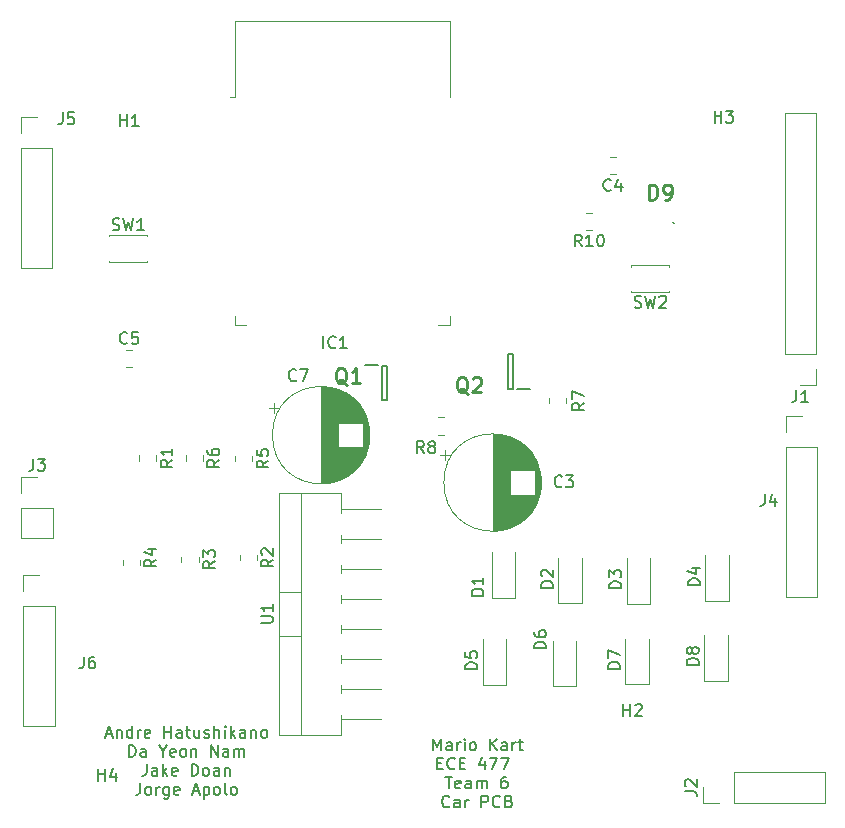
<source format=gbr>
%TF.GenerationSoftware,KiCad,Pcbnew,(6.0.2)*%
%TF.CreationDate,2022-03-09T23:50:44-05:00*%
%TF.ProjectId,car (1),63617220-2831-4292-9e6b-696361645f70,rev?*%
%TF.SameCoordinates,Original*%
%TF.FileFunction,Legend,Top*%
%TF.FilePolarity,Positive*%
%FSLAX46Y46*%
G04 Gerber Fmt 4.6, Leading zero omitted, Abs format (unit mm)*
G04 Created by KiCad (PCBNEW (6.0.2)) date 2022-03-09 23:50:44*
%MOMM*%
%LPD*%
G01*
G04 APERTURE LIST*
%ADD10C,0.150000*%
%ADD11C,0.254000*%
%ADD12C,0.120000*%
%ADD13C,0.200000*%
%ADD14C,0.100000*%
G04 APERTURE END LIST*
D10*
X61543466Y-104126866D02*
X62019657Y-104126866D01*
X61448228Y-104412580D02*
X61781561Y-103412580D01*
X62114895Y-104412580D01*
X62448228Y-103745914D02*
X62448228Y-104412580D01*
X62448228Y-103841152D02*
X62495847Y-103793533D01*
X62591085Y-103745914D01*
X62733942Y-103745914D01*
X62829180Y-103793533D01*
X62876800Y-103888771D01*
X62876800Y-104412580D01*
X63781561Y-104412580D02*
X63781561Y-103412580D01*
X63781561Y-104364961D02*
X63686323Y-104412580D01*
X63495847Y-104412580D01*
X63400609Y-104364961D01*
X63352990Y-104317342D01*
X63305371Y-104222104D01*
X63305371Y-103936390D01*
X63352990Y-103841152D01*
X63400609Y-103793533D01*
X63495847Y-103745914D01*
X63686323Y-103745914D01*
X63781561Y-103793533D01*
X64257752Y-104412580D02*
X64257752Y-103745914D01*
X64257752Y-103936390D02*
X64305371Y-103841152D01*
X64352990Y-103793533D01*
X64448228Y-103745914D01*
X64543466Y-103745914D01*
X65257752Y-104364961D02*
X65162514Y-104412580D01*
X64972038Y-104412580D01*
X64876800Y-104364961D01*
X64829180Y-104269723D01*
X64829180Y-103888771D01*
X64876800Y-103793533D01*
X64972038Y-103745914D01*
X65162514Y-103745914D01*
X65257752Y-103793533D01*
X65305371Y-103888771D01*
X65305371Y-103984009D01*
X64829180Y-104079247D01*
X66495847Y-104412580D02*
X66495847Y-103412580D01*
X66495847Y-103888771D02*
X67067276Y-103888771D01*
X67067276Y-104412580D02*
X67067276Y-103412580D01*
X67972038Y-104412580D02*
X67972038Y-103888771D01*
X67924419Y-103793533D01*
X67829180Y-103745914D01*
X67638704Y-103745914D01*
X67543466Y-103793533D01*
X67972038Y-104364961D02*
X67876800Y-104412580D01*
X67638704Y-104412580D01*
X67543466Y-104364961D01*
X67495847Y-104269723D01*
X67495847Y-104174485D01*
X67543466Y-104079247D01*
X67638704Y-104031628D01*
X67876800Y-104031628D01*
X67972038Y-103984009D01*
X68305371Y-103745914D02*
X68686323Y-103745914D01*
X68448228Y-103412580D02*
X68448228Y-104269723D01*
X68495847Y-104364961D01*
X68591085Y-104412580D01*
X68686323Y-104412580D01*
X69448228Y-103745914D02*
X69448228Y-104412580D01*
X69019657Y-103745914D02*
X69019657Y-104269723D01*
X69067276Y-104364961D01*
X69162514Y-104412580D01*
X69305371Y-104412580D01*
X69400609Y-104364961D01*
X69448228Y-104317342D01*
X69876800Y-104364961D02*
X69972038Y-104412580D01*
X70162514Y-104412580D01*
X70257752Y-104364961D01*
X70305371Y-104269723D01*
X70305371Y-104222104D01*
X70257752Y-104126866D01*
X70162514Y-104079247D01*
X70019657Y-104079247D01*
X69924419Y-104031628D01*
X69876800Y-103936390D01*
X69876800Y-103888771D01*
X69924419Y-103793533D01*
X70019657Y-103745914D01*
X70162514Y-103745914D01*
X70257752Y-103793533D01*
X70733942Y-104412580D02*
X70733942Y-103412580D01*
X71162514Y-104412580D02*
X71162514Y-103888771D01*
X71114895Y-103793533D01*
X71019657Y-103745914D01*
X70876800Y-103745914D01*
X70781561Y-103793533D01*
X70733942Y-103841152D01*
X71638704Y-104412580D02*
X71638704Y-103745914D01*
X71638704Y-103412580D02*
X71591085Y-103460200D01*
X71638704Y-103507819D01*
X71686323Y-103460200D01*
X71638704Y-103412580D01*
X71638704Y-103507819D01*
X72114895Y-104412580D02*
X72114895Y-103412580D01*
X72210133Y-104031628D02*
X72495847Y-104412580D01*
X72495847Y-103745914D02*
X72114895Y-104126866D01*
X73352990Y-104412580D02*
X73352990Y-103888771D01*
X73305371Y-103793533D01*
X73210133Y-103745914D01*
X73019657Y-103745914D01*
X72924419Y-103793533D01*
X73352990Y-104364961D02*
X73257752Y-104412580D01*
X73019657Y-104412580D01*
X72924419Y-104364961D01*
X72876800Y-104269723D01*
X72876800Y-104174485D01*
X72924419Y-104079247D01*
X73019657Y-104031628D01*
X73257752Y-104031628D01*
X73352990Y-103984009D01*
X73829180Y-103745914D02*
X73829180Y-104412580D01*
X73829180Y-103841152D02*
X73876800Y-103793533D01*
X73972038Y-103745914D01*
X74114895Y-103745914D01*
X74210133Y-103793533D01*
X74257752Y-103888771D01*
X74257752Y-104412580D01*
X74876800Y-104412580D02*
X74781561Y-104364961D01*
X74733942Y-104317342D01*
X74686323Y-104222104D01*
X74686323Y-103936390D01*
X74733942Y-103841152D01*
X74781561Y-103793533D01*
X74876800Y-103745914D01*
X75019657Y-103745914D01*
X75114895Y-103793533D01*
X75162514Y-103841152D01*
X75210133Y-103936390D01*
X75210133Y-104222104D01*
X75162514Y-104317342D01*
X75114895Y-104364961D01*
X75019657Y-104412580D01*
X74876800Y-104412580D01*
X63495847Y-106022580D02*
X63495847Y-105022580D01*
X63733942Y-105022580D01*
X63876800Y-105070200D01*
X63972038Y-105165438D01*
X64019657Y-105260676D01*
X64067276Y-105451152D01*
X64067276Y-105594009D01*
X64019657Y-105784485D01*
X63972038Y-105879723D01*
X63876800Y-105974961D01*
X63733942Y-106022580D01*
X63495847Y-106022580D01*
X64924419Y-106022580D02*
X64924419Y-105498771D01*
X64876800Y-105403533D01*
X64781561Y-105355914D01*
X64591085Y-105355914D01*
X64495847Y-105403533D01*
X64924419Y-105974961D02*
X64829180Y-106022580D01*
X64591085Y-106022580D01*
X64495847Y-105974961D01*
X64448228Y-105879723D01*
X64448228Y-105784485D01*
X64495847Y-105689247D01*
X64591085Y-105641628D01*
X64829180Y-105641628D01*
X64924419Y-105594009D01*
X66352990Y-105546390D02*
X66352990Y-106022580D01*
X66019657Y-105022580D02*
X66352990Y-105546390D01*
X66686323Y-105022580D01*
X67400609Y-105974961D02*
X67305371Y-106022580D01*
X67114895Y-106022580D01*
X67019657Y-105974961D01*
X66972038Y-105879723D01*
X66972038Y-105498771D01*
X67019657Y-105403533D01*
X67114895Y-105355914D01*
X67305371Y-105355914D01*
X67400609Y-105403533D01*
X67448228Y-105498771D01*
X67448228Y-105594009D01*
X66972038Y-105689247D01*
X68019657Y-106022580D02*
X67924419Y-105974961D01*
X67876800Y-105927342D01*
X67829180Y-105832104D01*
X67829180Y-105546390D01*
X67876800Y-105451152D01*
X67924419Y-105403533D01*
X68019657Y-105355914D01*
X68162514Y-105355914D01*
X68257752Y-105403533D01*
X68305371Y-105451152D01*
X68352990Y-105546390D01*
X68352990Y-105832104D01*
X68305371Y-105927342D01*
X68257752Y-105974961D01*
X68162514Y-106022580D01*
X68019657Y-106022580D01*
X68781561Y-105355914D02*
X68781561Y-106022580D01*
X68781561Y-105451152D02*
X68829180Y-105403533D01*
X68924419Y-105355914D01*
X69067276Y-105355914D01*
X69162514Y-105403533D01*
X69210133Y-105498771D01*
X69210133Y-106022580D01*
X70448228Y-106022580D02*
X70448228Y-105022580D01*
X71019657Y-106022580D01*
X71019657Y-105022580D01*
X71924419Y-106022580D02*
X71924419Y-105498771D01*
X71876800Y-105403533D01*
X71781561Y-105355914D01*
X71591085Y-105355914D01*
X71495847Y-105403533D01*
X71924419Y-105974961D02*
X71829180Y-106022580D01*
X71591085Y-106022580D01*
X71495847Y-105974961D01*
X71448228Y-105879723D01*
X71448228Y-105784485D01*
X71495847Y-105689247D01*
X71591085Y-105641628D01*
X71829180Y-105641628D01*
X71924419Y-105594009D01*
X72400609Y-106022580D02*
X72400609Y-105355914D01*
X72400609Y-105451152D02*
X72448228Y-105403533D01*
X72543466Y-105355914D01*
X72686323Y-105355914D01*
X72781561Y-105403533D01*
X72829180Y-105498771D01*
X72829180Y-106022580D01*
X72829180Y-105498771D02*
X72876800Y-105403533D01*
X72972038Y-105355914D01*
X73114895Y-105355914D01*
X73210133Y-105403533D01*
X73257752Y-105498771D01*
X73257752Y-106022580D01*
X64995847Y-106632580D02*
X64995847Y-107346866D01*
X64948228Y-107489723D01*
X64852990Y-107584961D01*
X64710133Y-107632580D01*
X64614895Y-107632580D01*
X65900609Y-107632580D02*
X65900609Y-107108771D01*
X65852990Y-107013533D01*
X65757752Y-106965914D01*
X65567276Y-106965914D01*
X65472038Y-107013533D01*
X65900609Y-107584961D02*
X65805371Y-107632580D01*
X65567276Y-107632580D01*
X65472038Y-107584961D01*
X65424419Y-107489723D01*
X65424419Y-107394485D01*
X65472038Y-107299247D01*
X65567276Y-107251628D01*
X65805371Y-107251628D01*
X65900609Y-107204009D01*
X66376800Y-107632580D02*
X66376800Y-106632580D01*
X66472038Y-107251628D02*
X66757752Y-107632580D01*
X66757752Y-106965914D02*
X66376800Y-107346866D01*
X67567276Y-107584961D02*
X67472038Y-107632580D01*
X67281561Y-107632580D01*
X67186323Y-107584961D01*
X67138704Y-107489723D01*
X67138704Y-107108771D01*
X67186323Y-107013533D01*
X67281561Y-106965914D01*
X67472038Y-106965914D01*
X67567276Y-107013533D01*
X67614895Y-107108771D01*
X67614895Y-107204009D01*
X67138704Y-107299247D01*
X68805371Y-107632580D02*
X68805371Y-106632580D01*
X69043466Y-106632580D01*
X69186323Y-106680200D01*
X69281561Y-106775438D01*
X69329180Y-106870676D01*
X69376800Y-107061152D01*
X69376800Y-107204009D01*
X69329180Y-107394485D01*
X69281561Y-107489723D01*
X69186323Y-107584961D01*
X69043466Y-107632580D01*
X68805371Y-107632580D01*
X69948228Y-107632580D02*
X69852990Y-107584961D01*
X69805371Y-107537342D01*
X69757752Y-107442104D01*
X69757752Y-107156390D01*
X69805371Y-107061152D01*
X69852990Y-107013533D01*
X69948228Y-106965914D01*
X70091085Y-106965914D01*
X70186323Y-107013533D01*
X70233942Y-107061152D01*
X70281561Y-107156390D01*
X70281561Y-107442104D01*
X70233942Y-107537342D01*
X70186323Y-107584961D01*
X70091085Y-107632580D01*
X69948228Y-107632580D01*
X71138704Y-107632580D02*
X71138704Y-107108771D01*
X71091085Y-107013533D01*
X70995847Y-106965914D01*
X70805371Y-106965914D01*
X70710133Y-107013533D01*
X71138704Y-107584961D02*
X71043466Y-107632580D01*
X70805371Y-107632580D01*
X70710133Y-107584961D01*
X70662514Y-107489723D01*
X70662514Y-107394485D01*
X70710133Y-107299247D01*
X70805371Y-107251628D01*
X71043466Y-107251628D01*
X71138704Y-107204009D01*
X71614895Y-106965914D02*
X71614895Y-107632580D01*
X71614895Y-107061152D02*
X71662514Y-107013533D01*
X71757752Y-106965914D01*
X71900609Y-106965914D01*
X71995847Y-107013533D01*
X72043466Y-107108771D01*
X72043466Y-107632580D01*
X64448228Y-108242580D02*
X64448228Y-108956866D01*
X64400609Y-109099723D01*
X64305371Y-109194961D01*
X64162514Y-109242580D01*
X64067276Y-109242580D01*
X65067276Y-109242580D02*
X64972038Y-109194961D01*
X64924419Y-109147342D01*
X64876800Y-109052104D01*
X64876800Y-108766390D01*
X64924419Y-108671152D01*
X64972038Y-108623533D01*
X65067276Y-108575914D01*
X65210133Y-108575914D01*
X65305371Y-108623533D01*
X65352990Y-108671152D01*
X65400609Y-108766390D01*
X65400609Y-109052104D01*
X65352990Y-109147342D01*
X65305371Y-109194961D01*
X65210133Y-109242580D01*
X65067276Y-109242580D01*
X65829180Y-109242580D02*
X65829180Y-108575914D01*
X65829180Y-108766390D02*
X65876800Y-108671152D01*
X65924419Y-108623533D01*
X66019657Y-108575914D01*
X66114895Y-108575914D01*
X66876800Y-108575914D02*
X66876800Y-109385438D01*
X66829180Y-109480676D01*
X66781561Y-109528295D01*
X66686323Y-109575914D01*
X66543466Y-109575914D01*
X66448228Y-109528295D01*
X66876800Y-109194961D02*
X66781561Y-109242580D01*
X66591085Y-109242580D01*
X66495847Y-109194961D01*
X66448228Y-109147342D01*
X66400609Y-109052104D01*
X66400609Y-108766390D01*
X66448228Y-108671152D01*
X66495847Y-108623533D01*
X66591085Y-108575914D01*
X66781561Y-108575914D01*
X66876800Y-108623533D01*
X67733942Y-109194961D02*
X67638704Y-109242580D01*
X67448228Y-109242580D01*
X67352990Y-109194961D01*
X67305371Y-109099723D01*
X67305371Y-108718771D01*
X67352990Y-108623533D01*
X67448228Y-108575914D01*
X67638704Y-108575914D01*
X67733942Y-108623533D01*
X67781561Y-108718771D01*
X67781561Y-108814009D01*
X67305371Y-108909247D01*
X68924419Y-108956866D02*
X69400609Y-108956866D01*
X68829180Y-109242580D02*
X69162514Y-108242580D01*
X69495847Y-109242580D01*
X69829180Y-108575914D02*
X69829180Y-109575914D01*
X69829180Y-108623533D02*
X69924419Y-108575914D01*
X70114895Y-108575914D01*
X70210133Y-108623533D01*
X70257752Y-108671152D01*
X70305371Y-108766390D01*
X70305371Y-109052104D01*
X70257752Y-109147342D01*
X70210133Y-109194961D01*
X70114895Y-109242580D01*
X69924419Y-109242580D01*
X69829180Y-109194961D01*
X70876800Y-109242580D02*
X70781561Y-109194961D01*
X70733942Y-109147342D01*
X70686323Y-109052104D01*
X70686323Y-108766390D01*
X70733942Y-108671152D01*
X70781561Y-108623533D01*
X70876800Y-108575914D01*
X71019657Y-108575914D01*
X71114895Y-108623533D01*
X71162514Y-108671152D01*
X71210133Y-108766390D01*
X71210133Y-109052104D01*
X71162514Y-109147342D01*
X71114895Y-109194961D01*
X71019657Y-109242580D01*
X70876800Y-109242580D01*
X71781561Y-109242580D02*
X71686323Y-109194961D01*
X71638704Y-109099723D01*
X71638704Y-108242580D01*
X72305371Y-109242580D02*
X72210133Y-109194961D01*
X72162514Y-109147342D01*
X72114895Y-109052104D01*
X72114895Y-108766390D01*
X72162514Y-108671152D01*
X72210133Y-108623533D01*
X72305371Y-108575914D01*
X72448228Y-108575914D01*
X72543466Y-108623533D01*
X72591085Y-108671152D01*
X72638704Y-108766390D01*
X72638704Y-109052104D01*
X72591085Y-109147342D01*
X72543466Y-109194961D01*
X72448228Y-109242580D01*
X72305371Y-109242580D01*
X89249714Y-105479380D02*
X89249714Y-104479380D01*
X89583047Y-105193666D01*
X89916380Y-104479380D01*
X89916380Y-105479380D01*
X90821142Y-105479380D02*
X90821142Y-104955571D01*
X90773523Y-104860333D01*
X90678285Y-104812714D01*
X90487809Y-104812714D01*
X90392571Y-104860333D01*
X90821142Y-105431761D02*
X90725904Y-105479380D01*
X90487809Y-105479380D01*
X90392571Y-105431761D01*
X90344952Y-105336523D01*
X90344952Y-105241285D01*
X90392571Y-105146047D01*
X90487809Y-105098428D01*
X90725904Y-105098428D01*
X90821142Y-105050809D01*
X91297333Y-105479380D02*
X91297333Y-104812714D01*
X91297333Y-105003190D02*
X91344952Y-104907952D01*
X91392571Y-104860333D01*
X91487809Y-104812714D01*
X91583047Y-104812714D01*
X91916380Y-105479380D02*
X91916380Y-104812714D01*
X91916380Y-104479380D02*
X91868761Y-104527000D01*
X91916380Y-104574619D01*
X91964000Y-104527000D01*
X91916380Y-104479380D01*
X91916380Y-104574619D01*
X92535428Y-105479380D02*
X92440190Y-105431761D01*
X92392571Y-105384142D01*
X92344952Y-105288904D01*
X92344952Y-105003190D01*
X92392571Y-104907952D01*
X92440190Y-104860333D01*
X92535428Y-104812714D01*
X92678285Y-104812714D01*
X92773523Y-104860333D01*
X92821142Y-104907952D01*
X92868761Y-105003190D01*
X92868761Y-105288904D01*
X92821142Y-105384142D01*
X92773523Y-105431761D01*
X92678285Y-105479380D01*
X92535428Y-105479380D01*
X94059238Y-105479380D02*
X94059238Y-104479380D01*
X94630666Y-105479380D02*
X94202095Y-104907952D01*
X94630666Y-104479380D02*
X94059238Y-105050809D01*
X95487809Y-105479380D02*
X95487809Y-104955571D01*
X95440190Y-104860333D01*
X95344952Y-104812714D01*
X95154476Y-104812714D01*
X95059238Y-104860333D01*
X95487809Y-105431761D02*
X95392571Y-105479380D01*
X95154476Y-105479380D01*
X95059238Y-105431761D01*
X95011619Y-105336523D01*
X95011619Y-105241285D01*
X95059238Y-105146047D01*
X95154476Y-105098428D01*
X95392571Y-105098428D01*
X95487809Y-105050809D01*
X95964000Y-105479380D02*
X95964000Y-104812714D01*
X95964000Y-105003190D02*
X96011619Y-104907952D01*
X96059238Y-104860333D01*
X96154476Y-104812714D01*
X96249714Y-104812714D01*
X96440190Y-104812714D02*
X96821142Y-104812714D01*
X96583047Y-104479380D02*
X96583047Y-105336523D01*
X96630666Y-105431761D01*
X96725904Y-105479380D01*
X96821142Y-105479380D01*
X89606857Y-106565571D02*
X89940190Y-106565571D01*
X90083047Y-107089380D02*
X89606857Y-107089380D01*
X89606857Y-106089380D01*
X90083047Y-106089380D01*
X91083047Y-106994142D02*
X91035428Y-107041761D01*
X90892571Y-107089380D01*
X90797333Y-107089380D01*
X90654476Y-107041761D01*
X90559238Y-106946523D01*
X90511619Y-106851285D01*
X90464000Y-106660809D01*
X90464000Y-106517952D01*
X90511619Y-106327476D01*
X90559238Y-106232238D01*
X90654476Y-106137000D01*
X90797333Y-106089380D01*
X90892571Y-106089380D01*
X91035428Y-106137000D01*
X91083047Y-106184619D01*
X91511619Y-106565571D02*
X91844952Y-106565571D01*
X91987809Y-107089380D02*
X91511619Y-107089380D01*
X91511619Y-106089380D01*
X91987809Y-106089380D01*
X93606857Y-106422714D02*
X93606857Y-107089380D01*
X93368761Y-106041761D02*
X93130666Y-106756047D01*
X93749714Y-106756047D01*
X94035428Y-106089380D02*
X94702095Y-106089380D01*
X94273523Y-107089380D01*
X94987809Y-106089380D02*
X95654476Y-106089380D01*
X95225904Y-107089380D01*
X90273523Y-107699380D02*
X90844952Y-107699380D01*
X90559238Y-108699380D02*
X90559238Y-107699380D01*
X91559238Y-108651761D02*
X91464000Y-108699380D01*
X91273523Y-108699380D01*
X91178285Y-108651761D01*
X91130666Y-108556523D01*
X91130666Y-108175571D01*
X91178285Y-108080333D01*
X91273523Y-108032714D01*
X91464000Y-108032714D01*
X91559238Y-108080333D01*
X91606857Y-108175571D01*
X91606857Y-108270809D01*
X91130666Y-108366047D01*
X92464000Y-108699380D02*
X92464000Y-108175571D01*
X92416380Y-108080333D01*
X92321142Y-108032714D01*
X92130666Y-108032714D01*
X92035428Y-108080333D01*
X92464000Y-108651761D02*
X92368761Y-108699380D01*
X92130666Y-108699380D01*
X92035428Y-108651761D01*
X91987809Y-108556523D01*
X91987809Y-108461285D01*
X92035428Y-108366047D01*
X92130666Y-108318428D01*
X92368761Y-108318428D01*
X92464000Y-108270809D01*
X92940190Y-108699380D02*
X92940190Y-108032714D01*
X92940190Y-108127952D02*
X92987809Y-108080333D01*
X93083047Y-108032714D01*
X93225904Y-108032714D01*
X93321142Y-108080333D01*
X93368761Y-108175571D01*
X93368761Y-108699380D01*
X93368761Y-108175571D02*
X93416380Y-108080333D01*
X93511619Y-108032714D01*
X93654476Y-108032714D01*
X93749714Y-108080333D01*
X93797333Y-108175571D01*
X93797333Y-108699380D01*
X95464000Y-107699380D02*
X95273523Y-107699380D01*
X95178285Y-107747000D01*
X95130666Y-107794619D01*
X95035428Y-107937476D01*
X94987809Y-108127952D01*
X94987809Y-108508904D01*
X95035428Y-108604142D01*
X95083047Y-108651761D01*
X95178285Y-108699380D01*
X95368761Y-108699380D01*
X95464000Y-108651761D01*
X95511619Y-108604142D01*
X95559238Y-108508904D01*
X95559238Y-108270809D01*
X95511619Y-108175571D01*
X95464000Y-108127952D01*
X95368761Y-108080333D01*
X95178285Y-108080333D01*
X95083047Y-108127952D01*
X95035428Y-108175571D01*
X94987809Y-108270809D01*
X90630666Y-110214142D02*
X90583047Y-110261761D01*
X90440190Y-110309380D01*
X90344952Y-110309380D01*
X90202095Y-110261761D01*
X90106857Y-110166523D01*
X90059238Y-110071285D01*
X90011619Y-109880809D01*
X90011619Y-109737952D01*
X90059238Y-109547476D01*
X90106857Y-109452238D01*
X90202095Y-109357000D01*
X90344952Y-109309380D01*
X90440190Y-109309380D01*
X90583047Y-109357000D01*
X90630666Y-109404619D01*
X91487809Y-110309380D02*
X91487809Y-109785571D01*
X91440190Y-109690333D01*
X91344952Y-109642714D01*
X91154476Y-109642714D01*
X91059238Y-109690333D01*
X91487809Y-110261761D02*
X91392571Y-110309380D01*
X91154476Y-110309380D01*
X91059238Y-110261761D01*
X91011619Y-110166523D01*
X91011619Y-110071285D01*
X91059238Y-109976047D01*
X91154476Y-109928428D01*
X91392571Y-109928428D01*
X91487809Y-109880809D01*
X91964000Y-110309380D02*
X91964000Y-109642714D01*
X91964000Y-109833190D02*
X92011619Y-109737952D01*
X92059238Y-109690333D01*
X92154476Y-109642714D01*
X92249714Y-109642714D01*
X93344952Y-110309380D02*
X93344952Y-109309380D01*
X93725904Y-109309380D01*
X93821142Y-109357000D01*
X93868761Y-109404619D01*
X93916380Y-109499857D01*
X93916380Y-109642714D01*
X93868761Y-109737952D01*
X93821142Y-109785571D01*
X93725904Y-109833190D01*
X93344952Y-109833190D01*
X94916380Y-110214142D02*
X94868761Y-110261761D01*
X94725904Y-110309380D01*
X94630666Y-110309380D01*
X94487809Y-110261761D01*
X94392571Y-110166523D01*
X94344952Y-110071285D01*
X94297333Y-109880809D01*
X94297333Y-109737952D01*
X94344952Y-109547476D01*
X94392571Y-109452238D01*
X94487809Y-109357000D01*
X94630666Y-109309380D01*
X94725904Y-109309380D01*
X94868761Y-109357000D01*
X94916380Y-109404619D01*
X95678285Y-109785571D02*
X95821142Y-109833190D01*
X95868761Y-109880809D01*
X95916380Y-109976047D01*
X95916380Y-110118904D01*
X95868761Y-110214142D01*
X95821142Y-110261761D01*
X95725904Y-110309380D01*
X95344952Y-110309380D01*
X95344952Y-109309380D01*
X95678285Y-109309380D01*
X95773523Y-109357000D01*
X95821142Y-109404619D01*
X95868761Y-109499857D01*
X95868761Y-109595095D01*
X95821142Y-109690333D01*
X95773523Y-109737952D01*
X95678285Y-109785571D01*
X95344952Y-109785571D01*
%TO.C,SW2*%
X106310666Y-67951561D02*
X106453523Y-67999180D01*
X106691619Y-67999180D01*
X106786857Y-67951561D01*
X106834476Y-67903942D01*
X106882095Y-67808704D01*
X106882095Y-67713466D01*
X106834476Y-67618228D01*
X106786857Y-67570609D01*
X106691619Y-67522990D01*
X106501142Y-67475371D01*
X106405904Y-67427752D01*
X106358285Y-67380133D01*
X106310666Y-67284895D01*
X106310666Y-67189657D01*
X106358285Y-67094419D01*
X106405904Y-67046800D01*
X106501142Y-66999180D01*
X106739238Y-66999180D01*
X106882095Y-67046800D01*
X107215428Y-66999180D02*
X107453523Y-67999180D01*
X107644000Y-67284895D01*
X107834476Y-67999180D01*
X108072571Y-66999180D01*
X108405904Y-67094419D02*
X108453523Y-67046800D01*
X108548761Y-66999180D01*
X108786857Y-66999180D01*
X108882095Y-67046800D01*
X108929714Y-67094419D01*
X108977333Y-67189657D01*
X108977333Y-67284895D01*
X108929714Y-67427752D01*
X108358285Y-67999180D01*
X108977333Y-67999180D01*
%TO.C,R1*%
X67177180Y-80885966D02*
X66700990Y-81219300D01*
X67177180Y-81457395D02*
X66177180Y-81457395D01*
X66177180Y-81076442D01*
X66224800Y-80981204D01*
X66272419Y-80933585D01*
X66367657Y-80885966D01*
X66510514Y-80885966D01*
X66605752Y-80933585D01*
X66653371Y-80981204D01*
X66700990Y-81076442D01*
X66700990Y-81457395D01*
X67177180Y-79933585D02*
X67177180Y-80505014D01*
X67177180Y-80219300D02*
X66177180Y-80219300D01*
X66320038Y-80314538D01*
X66415276Y-80409776D01*
X66462895Y-80505014D01*
%TO.C,D4*%
X111831380Y-91492295D02*
X110831380Y-91492295D01*
X110831380Y-91254200D01*
X110879000Y-91111342D01*
X110974238Y-91016104D01*
X111069476Y-90968485D01*
X111259952Y-90920866D01*
X111402809Y-90920866D01*
X111593285Y-90968485D01*
X111688523Y-91016104D01*
X111783761Y-91111342D01*
X111831380Y-91254200D01*
X111831380Y-91492295D01*
X111164714Y-90063723D02*
X111831380Y-90063723D01*
X110783761Y-90301819D02*
X111498047Y-90539914D01*
X111498047Y-89920866D01*
%TO.C,J4*%
X117319466Y-83780380D02*
X117319466Y-84494666D01*
X117271847Y-84637523D01*
X117176609Y-84732761D01*
X117033752Y-84780380D01*
X116938514Y-84780380D01*
X118224228Y-84113714D02*
X118224228Y-84780380D01*
X117986133Y-83732761D02*
X117748038Y-84447047D01*
X118367085Y-84447047D01*
%TO.C,C7*%
X77658933Y-74118742D02*
X77611314Y-74166361D01*
X77468457Y-74213980D01*
X77373219Y-74213980D01*
X77230361Y-74166361D01*
X77135123Y-74071123D01*
X77087504Y-73975885D01*
X77039885Y-73785409D01*
X77039885Y-73642552D01*
X77087504Y-73452076D01*
X77135123Y-73356838D01*
X77230361Y-73261600D01*
X77373219Y-73213980D01*
X77468457Y-73213980D01*
X77611314Y-73261600D01*
X77658933Y-73309219D01*
X77992266Y-73213980D02*
X78658933Y-73213980D01*
X78230361Y-74213980D01*
%TO.C,R2*%
X75711580Y-89320666D02*
X75235390Y-89654000D01*
X75711580Y-89892095D02*
X74711580Y-89892095D01*
X74711580Y-89511142D01*
X74759200Y-89415904D01*
X74806819Y-89368285D01*
X74902057Y-89320666D01*
X75044914Y-89320666D01*
X75140152Y-89368285D01*
X75187771Y-89415904D01*
X75235390Y-89511142D01*
X75235390Y-89892095D01*
X74806819Y-88939714D02*
X74759200Y-88892095D01*
X74711580Y-88796857D01*
X74711580Y-88558761D01*
X74759200Y-88463523D01*
X74806819Y-88415904D01*
X74902057Y-88368285D01*
X74997295Y-88368285D01*
X75140152Y-88415904D01*
X75711580Y-88987333D01*
X75711580Y-88368285D01*
%TO.C,R7*%
X102052380Y-76061866D02*
X101576190Y-76395200D01*
X102052380Y-76633295D02*
X101052380Y-76633295D01*
X101052380Y-76252342D01*
X101100000Y-76157104D01*
X101147619Y-76109485D01*
X101242857Y-76061866D01*
X101385714Y-76061866D01*
X101480952Y-76109485D01*
X101528571Y-76157104D01*
X101576190Y-76252342D01*
X101576190Y-76633295D01*
X101052380Y-75728533D02*
X101052380Y-75061866D01*
X102052380Y-75490438D01*
%TO.C,D5*%
X92984580Y-98604295D02*
X91984580Y-98604295D01*
X91984580Y-98366200D01*
X92032200Y-98223342D01*
X92127438Y-98128104D01*
X92222676Y-98080485D01*
X92413152Y-98032866D01*
X92556009Y-98032866D01*
X92746485Y-98080485D01*
X92841723Y-98128104D01*
X92936961Y-98223342D01*
X92984580Y-98366200D01*
X92984580Y-98604295D01*
X91984580Y-97128104D02*
X91984580Y-97604295D01*
X92460771Y-97651914D01*
X92413152Y-97604295D01*
X92365533Y-97509057D01*
X92365533Y-97270961D01*
X92413152Y-97175723D01*
X92460771Y-97128104D01*
X92556009Y-97080485D01*
X92794104Y-97080485D01*
X92889342Y-97128104D01*
X92936961Y-97175723D01*
X92984580Y-97270961D01*
X92984580Y-97509057D01*
X92936961Y-97604295D01*
X92889342Y-97651914D01*
%TO.C,J1*%
X120011866Y-74985180D02*
X120011866Y-75699466D01*
X119964247Y-75842323D01*
X119869009Y-75937561D01*
X119726152Y-75985180D01*
X119630914Y-75985180D01*
X121011866Y-75985180D02*
X120440438Y-75985180D01*
X120726152Y-75985180D02*
X120726152Y-74985180D01*
X120630914Y-75128038D01*
X120535676Y-75223276D01*
X120440438Y-75270895D01*
%TO.C,J2*%
X110568780Y-108943733D02*
X111283066Y-108943733D01*
X111425923Y-108991352D01*
X111521161Y-109086590D01*
X111568780Y-109229447D01*
X111568780Y-109324685D01*
X110664019Y-108515161D02*
X110616400Y-108467542D01*
X110568780Y-108372304D01*
X110568780Y-108134209D01*
X110616400Y-108038971D01*
X110664019Y-107991352D01*
X110759257Y-107943733D01*
X110854495Y-107943733D01*
X110997352Y-107991352D01*
X111568780Y-108562780D01*
X111568780Y-107943733D01*
%TO.C,R4*%
X65805580Y-89320666D02*
X65329390Y-89654000D01*
X65805580Y-89892095D02*
X64805580Y-89892095D01*
X64805580Y-89511142D01*
X64853200Y-89415904D01*
X64900819Y-89368285D01*
X64996057Y-89320666D01*
X65138914Y-89320666D01*
X65234152Y-89368285D01*
X65281771Y-89415904D01*
X65329390Y-89511142D01*
X65329390Y-89892095D01*
X65138914Y-88463523D02*
X65805580Y-88463523D01*
X64757961Y-88701619D02*
X65472247Y-88939714D01*
X65472247Y-88320666D01*
%TO.C,H3*%
X113080895Y-52324380D02*
X113080895Y-51324380D01*
X113080895Y-51800571D02*
X113652323Y-51800571D01*
X113652323Y-52324380D02*
X113652323Y-51324380D01*
X114033276Y-51324380D02*
X114652323Y-51324380D01*
X114318990Y-51705333D01*
X114461847Y-51705333D01*
X114557085Y-51752952D01*
X114604704Y-51800571D01*
X114652323Y-51895809D01*
X114652323Y-52133904D01*
X114604704Y-52229142D01*
X114557085Y-52276761D01*
X114461847Y-52324380D01*
X114176133Y-52324380D01*
X114080895Y-52276761D01*
X114033276Y-52229142D01*
%TO.C,D3*%
X105176580Y-91746295D02*
X104176580Y-91746295D01*
X104176580Y-91508200D01*
X104224200Y-91365342D01*
X104319438Y-91270104D01*
X104414676Y-91222485D01*
X104605152Y-91174866D01*
X104748009Y-91174866D01*
X104938485Y-91222485D01*
X105033723Y-91270104D01*
X105128961Y-91365342D01*
X105176580Y-91508200D01*
X105176580Y-91746295D01*
X104176580Y-90841533D02*
X104176580Y-90222485D01*
X104557533Y-90555819D01*
X104557533Y-90412961D01*
X104605152Y-90317723D01*
X104652771Y-90270104D01*
X104748009Y-90222485D01*
X104986104Y-90222485D01*
X105081342Y-90270104D01*
X105128961Y-90317723D01*
X105176580Y-90412961D01*
X105176580Y-90698676D01*
X105128961Y-90793914D01*
X105081342Y-90841533D01*
D11*
%TO.C,Q2*%
X92182647Y-75269876D02*
X92061695Y-75209400D01*
X91940742Y-75088447D01*
X91759314Y-74907019D01*
X91638361Y-74846542D01*
X91517409Y-74846542D01*
X91577885Y-75148923D02*
X91456933Y-75088447D01*
X91335980Y-74967495D01*
X91275504Y-74725590D01*
X91275504Y-74302257D01*
X91335980Y-74060352D01*
X91456933Y-73939400D01*
X91577885Y-73878923D01*
X91819790Y-73878923D01*
X91940742Y-73939400D01*
X92061695Y-74060352D01*
X92122171Y-74302257D01*
X92122171Y-74725590D01*
X92061695Y-74967495D01*
X91940742Y-75088447D01*
X91819790Y-75148923D01*
X91577885Y-75148923D01*
X92605980Y-73999876D02*
X92666457Y-73939400D01*
X92787409Y-73878923D01*
X93089790Y-73878923D01*
X93210742Y-73939400D01*
X93271219Y-73999876D01*
X93331695Y-74120828D01*
X93331695Y-74241780D01*
X93271219Y-74423209D01*
X92545504Y-75148923D01*
X93331695Y-75148923D01*
%TO.C,D9*%
X107520619Y-58842123D02*
X107520619Y-57572123D01*
X107823000Y-57572123D01*
X108004428Y-57632600D01*
X108125380Y-57753552D01*
X108185857Y-57874504D01*
X108246333Y-58116409D01*
X108246333Y-58297838D01*
X108185857Y-58539742D01*
X108125380Y-58660695D01*
X108004428Y-58781647D01*
X107823000Y-58842123D01*
X107520619Y-58842123D01*
X108851095Y-58842123D02*
X109093000Y-58842123D01*
X109213952Y-58781647D01*
X109274428Y-58721171D01*
X109395380Y-58539742D01*
X109455857Y-58297838D01*
X109455857Y-57814028D01*
X109395380Y-57693076D01*
X109334904Y-57632600D01*
X109213952Y-57572123D01*
X108972047Y-57572123D01*
X108851095Y-57632600D01*
X108790619Y-57693076D01*
X108730142Y-57814028D01*
X108730142Y-58116409D01*
X108790619Y-58237361D01*
X108851095Y-58297838D01*
X108972047Y-58358314D01*
X109213952Y-58358314D01*
X109334904Y-58297838D01*
X109395380Y-58237361D01*
X109455857Y-58116409D01*
D10*
%TO.C,R8*%
X88479333Y-80309980D02*
X88146000Y-79833790D01*
X87907904Y-80309980D02*
X87907904Y-79309980D01*
X88288857Y-79309980D01*
X88384095Y-79357600D01*
X88431714Y-79405219D01*
X88479333Y-79500457D01*
X88479333Y-79643314D01*
X88431714Y-79738552D01*
X88384095Y-79786171D01*
X88288857Y-79833790D01*
X87907904Y-79833790D01*
X89050761Y-79738552D02*
X88955523Y-79690933D01*
X88907904Y-79643314D01*
X88860285Y-79548076D01*
X88860285Y-79500457D01*
X88907904Y-79405219D01*
X88955523Y-79357600D01*
X89050761Y-79309980D01*
X89241238Y-79309980D01*
X89336476Y-79357600D01*
X89384095Y-79405219D01*
X89431714Y-79500457D01*
X89431714Y-79548076D01*
X89384095Y-79643314D01*
X89336476Y-79690933D01*
X89241238Y-79738552D01*
X89050761Y-79738552D01*
X88955523Y-79786171D01*
X88907904Y-79833790D01*
X88860285Y-79929028D01*
X88860285Y-80119504D01*
X88907904Y-80214742D01*
X88955523Y-80262361D01*
X89050761Y-80309980D01*
X89241238Y-80309980D01*
X89336476Y-80262361D01*
X89384095Y-80214742D01*
X89431714Y-80119504D01*
X89431714Y-79929028D01*
X89384095Y-79833790D01*
X89336476Y-79786171D01*
X89241238Y-79738552D01*
%TO.C,H4*%
X60909295Y-108046780D02*
X60909295Y-107046780D01*
X60909295Y-107522971D02*
X61480723Y-107522971D01*
X61480723Y-108046780D02*
X61480723Y-107046780D01*
X62385485Y-107380114D02*
X62385485Y-108046780D01*
X62147390Y-106999161D02*
X61909295Y-107713447D01*
X62528342Y-107713447D01*
%TO.C,J3*%
X55394266Y-80789980D02*
X55394266Y-81504266D01*
X55346647Y-81647123D01*
X55251409Y-81742361D01*
X55108552Y-81789980D01*
X55013314Y-81789980D01*
X55775219Y-80789980D02*
X56394266Y-80789980D01*
X56060933Y-81170933D01*
X56203790Y-81170933D01*
X56299028Y-81218552D01*
X56346647Y-81266171D01*
X56394266Y-81361409D01*
X56394266Y-81599504D01*
X56346647Y-81694742D01*
X56299028Y-81742361D01*
X56203790Y-81789980D01*
X55918076Y-81789980D01*
X55822838Y-81742361D01*
X55775219Y-81694742D01*
%TO.C,R3*%
X70783980Y-89473066D02*
X70307790Y-89806400D01*
X70783980Y-90044495D02*
X69783980Y-90044495D01*
X69783980Y-89663542D01*
X69831600Y-89568304D01*
X69879219Y-89520685D01*
X69974457Y-89473066D01*
X70117314Y-89473066D01*
X70212552Y-89520685D01*
X70260171Y-89568304D01*
X70307790Y-89663542D01*
X70307790Y-90044495D01*
X69783980Y-89139733D02*
X69783980Y-88520685D01*
X70164933Y-88854019D01*
X70164933Y-88711161D01*
X70212552Y-88615923D01*
X70260171Y-88568304D01*
X70355409Y-88520685D01*
X70593504Y-88520685D01*
X70688742Y-88568304D01*
X70736361Y-88615923D01*
X70783980Y-88711161D01*
X70783980Y-88996876D01*
X70736361Y-89092114D01*
X70688742Y-89139733D01*
%TO.C,R5*%
X75305180Y-80940566D02*
X74828990Y-81273900D01*
X75305180Y-81511995D02*
X74305180Y-81511995D01*
X74305180Y-81131042D01*
X74352800Y-81035804D01*
X74400419Y-80988185D01*
X74495657Y-80940566D01*
X74638514Y-80940566D01*
X74733752Y-80988185D01*
X74781371Y-81035804D01*
X74828990Y-81131042D01*
X74828990Y-81511995D01*
X74305180Y-80035804D02*
X74305180Y-80511995D01*
X74781371Y-80559614D01*
X74733752Y-80511995D01*
X74686133Y-80416757D01*
X74686133Y-80178661D01*
X74733752Y-80083423D01*
X74781371Y-80035804D01*
X74876609Y-79988185D01*
X75114704Y-79988185D01*
X75209942Y-80035804D01*
X75257561Y-80083423D01*
X75305180Y-80178661D01*
X75305180Y-80416757D01*
X75257561Y-80511995D01*
X75209942Y-80559614D01*
%TO.C,H1*%
X62738095Y-52623980D02*
X62738095Y-51623980D01*
X62738095Y-52100171D02*
X63309523Y-52100171D01*
X63309523Y-52623980D02*
X63309523Y-51623980D01*
X64309523Y-52623980D02*
X63738095Y-52623980D01*
X64023809Y-52623980D02*
X64023809Y-51623980D01*
X63928571Y-51766838D01*
X63833333Y-51862076D01*
X63738095Y-51909695D01*
%TO.C,U1*%
X74672180Y-94696104D02*
X75481704Y-94696104D01*
X75576942Y-94648485D01*
X75624561Y-94600866D01*
X75672180Y-94505628D01*
X75672180Y-94315152D01*
X75624561Y-94219914D01*
X75576942Y-94172295D01*
X75481704Y-94124676D01*
X74672180Y-94124676D01*
X75672180Y-93124676D02*
X75672180Y-93696104D01*
X75672180Y-93410390D02*
X74672180Y-93410390D01*
X74815038Y-93505628D01*
X74910276Y-93600866D01*
X74957895Y-93696104D01*
%TO.C,C3*%
X100163333Y-83110342D02*
X100115714Y-83157961D01*
X99972857Y-83205580D01*
X99877619Y-83205580D01*
X99734761Y-83157961D01*
X99639523Y-83062723D01*
X99591904Y-82967485D01*
X99544285Y-82777009D01*
X99544285Y-82634152D01*
X99591904Y-82443676D01*
X99639523Y-82348438D01*
X99734761Y-82253200D01*
X99877619Y-82205580D01*
X99972857Y-82205580D01*
X100115714Y-82253200D01*
X100163333Y-82300819D01*
X100496666Y-82205580D02*
X101115714Y-82205580D01*
X100782380Y-82586533D01*
X100925238Y-82586533D01*
X101020476Y-82634152D01*
X101068095Y-82681771D01*
X101115714Y-82777009D01*
X101115714Y-83015104D01*
X101068095Y-83110342D01*
X101020476Y-83157961D01*
X100925238Y-83205580D01*
X100639523Y-83205580D01*
X100544285Y-83157961D01*
X100496666Y-83110342D01*
%TO.C,D6*%
X98801180Y-96851695D02*
X97801180Y-96851695D01*
X97801180Y-96613600D01*
X97848800Y-96470742D01*
X97944038Y-96375504D01*
X98039276Y-96327885D01*
X98229752Y-96280266D01*
X98372609Y-96280266D01*
X98563085Y-96327885D01*
X98658323Y-96375504D01*
X98753561Y-96470742D01*
X98801180Y-96613600D01*
X98801180Y-96851695D01*
X97801180Y-95423123D02*
X97801180Y-95613600D01*
X97848800Y-95708838D01*
X97896419Y-95756457D01*
X98039276Y-95851695D01*
X98229752Y-95899314D01*
X98610704Y-95899314D01*
X98705942Y-95851695D01*
X98753561Y-95804076D01*
X98801180Y-95708838D01*
X98801180Y-95518361D01*
X98753561Y-95423123D01*
X98705942Y-95375504D01*
X98610704Y-95327885D01*
X98372609Y-95327885D01*
X98277371Y-95375504D01*
X98229752Y-95423123D01*
X98182133Y-95518361D01*
X98182133Y-95708838D01*
X98229752Y-95804076D01*
X98277371Y-95851695D01*
X98372609Y-95899314D01*
%TO.C,D2*%
X99385380Y-91695495D02*
X98385380Y-91695495D01*
X98385380Y-91457400D01*
X98433000Y-91314542D01*
X98528238Y-91219304D01*
X98623476Y-91171685D01*
X98813952Y-91124066D01*
X98956809Y-91124066D01*
X99147285Y-91171685D01*
X99242523Y-91219304D01*
X99337761Y-91314542D01*
X99385380Y-91457400D01*
X99385380Y-91695495D01*
X98480619Y-90743114D02*
X98433000Y-90695495D01*
X98385380Y-90600257D01*
X98385380Y-90362161D01*
X98433000Y-90266923D01*
X98480619Y-90219304D01*
X98575857Y-90171685D01*
X98671095Y-90171685D01*
X98813952Y-90219304D01*
X99385380Y-90790733D01*
X99385380Y-90171685D01*
%TO.C,D1*%
X93517980Y-92381295D02*
X92517980Y-92381295D01*
X92517980Y-92143200D01*
X92565600Y-92000342D01*
X92660838Y-91905104D01*
X92756076Y-91857485D01*
X92946552Y-91809866D01*
X93089409Y-91809866D01*
X93279885Y-91857485D01*
X93375123Y-91905104D01*
X93470361Y-92000342D01*
X93517980Y-92143200D01*
X93517980Y-92381295D01*
X93517980Y-90857485D02*
X93517980Y-91428914D01*
X93517980Y-91143200D02*
X92517980Y-91143200D01*
X92660838Y-91238438D01*
X92756076Y-91333676D01*
X92803695Y-91428914D01*
%TO.C,SW1*%
X62115866Y-61396761D02*
X62258723Y-61444380D01*
X62496819Y-61444380D01*
X62592057Y-61396761D01*
X62639676Y-61349142D01*
X62687295Y-61253904D01*
X62687295Y-61158666D01*
X62639676Y-61063428D01*
X62592057Y-61015809D01*
X62496819Y-60968190D01*
X62306342Y-60920571D01*
X62211104Y-60872952D01*
X62163485Y-60825333D01*
X62115866Y-60730095D01*
X62115866Y-60634857D01*
X62163485Y-60539619D01*
X62211104Y-60492000D01*
X62306342Y-60444380D01*
X62544438Y-60444380D01*
X62687295Y-60492000D01*
X63020628Y-60444380D02*
X63258723Y-61444380D01*
X63449200Y-60730095D01*
X63639676Y-61444380D01*
X63877771Y-60444380D01*
X64782533Y-61444380D02*
X64211104Y-61444380D01*
X64496819Y-61444380D02*
X64496819Y-60444380D01*
X64401580Y-60587238D01*
X64306342Y-60682476D01*
X64211104Y-60730095D01*
%TO.C,J6*%
X59661466Y-97547180D02*
X59661466Y-98261466D01*
X59613847Y-98404323D01*
X59518609Y-98499561D01*
X59375752Y-98547180D01*
X59280514Y-98547180D01*
X60566228Y-97547180D02*
X60375752Y-97547180D01*
X60280514Y-97594800D01*
X60232895Y-97642419D01*
X60137657Y-97785276D01*
X60090038Y-97975752D01*
X60090038Y-98356704D01*
X60137657Y-98451942D01*
X60185276Y-98499561D01*
X60280514Y-98547180D01*
X60470990Y-98547180D01*
X60566228Y-98499561D01*
X60613847Y-98451942D01*
X60661466Y-98356704D01*
X60661466Y-98118609D01*
X60613847Y-98023371D01*
X60566228Y-97975752D01*
X60470990Y-97928133D01*
X60280514Y-97928133D01*
X60185276Y-97975752D01*
X60137657Y-98023371D01*
X60090038Y-98118609D01*
%TO.C,J5*%
X57883466Y-51471580D02*
X57883466Y-52185866D01*
X57835847Y-52328723D01*
X57740609Y-52423961D01*
X57597752Y-52471580D01*
X57502514Y-52471580D01*
X58835847Y-51471580D02*
X58359657Y-51471580D01*
X58312038Y-51947771D01*
X58359657Y-51900152D01*
X58454895Y-51852533D01*
X58692990Y-51852533D01*
X58788228Y-51900152D01*
X58835847Y-51947771D01*
X58883466Y-52043009D01*
X58883466Y-52281104D01*
X58835847Y-52376342D01*
X58788228Y-52423961D01*
X58692990Y-52471580D01*
X58454895Y-52471580D01*
X58359657Y-52423961D01*
X58312038Y-52376342D01*
%TO.C,R6*%
X71139580Y-80887866D02*
X70663390Y-81221200D01*
X71139580Y-81459295D02*
X70139580Y-81459295D01*
X70139580Y-81078342D01*
X70187200Y-80983104D01*
X70234819Y-80935485D01*
X70330057Y-80887866D01*
X70472914Y-80887866D01*
X70568152Y-80935485D01*
X70615771Y-80983104D01*
X70663390Y-81078342D01*
X70663390Y-81459295D01*
X70139580Y-80030723D02*
X70139580Y-80221200D01*
X70187200Y-80316438D01*
X70234819Y-80364057D01*
X70377676Y-80459295D01*
X70568152Y-80506914D01*
X70949104Y-80506914D01*
X71044342Y-80459295D01*
X71091961Y-80411676D01*
X71139580Y-80316438D01*
X71139580Y-80125961D01*
X71091961Y-80030723D01*
X71044342Y-79983104D01*
X70949104Y-79935485D01*
X70711009Y-79935485D01*
X70615771Y-79983104D01*
X70568152Y-80030723D01*
X70520533Y-80125961D01*
X70520533Y-80316438D01*
X70568152Y-80411676D01*
X70615771Y-80459295D01*
X70711009Y-80506914D01*
%TO.C,IC1*%
X79948209Y-71419980D02*
X79948209Y-70419980D01*
X80995828Y-71324742D02*
X80948209Y-71372361D01*
X80805352Y-71419980D01*
X80710114Y-71419980D01*
X80567257Y-71372361D01*
X80472019Y-71277123D01*
X80424400Y-71181885D01*
X80376780Y-70991409D01*
X80376780Y-70848552D01*
X80424400Y-70658076D01*
X80472019Y-70562838D01*
X80567257Y-70467600D01*
X80710114Y-70419980D01*
X80805352Y-70419980D01*
X80948209Y-70467600D01*
X80995828Y-70515219D01*
X81948209Y-71419980D02*
X81376780Y-71419980D01*
X81662495Y-71419980D02*
X81662495Y-70419980D01*
X81567257Y-70562838D01*
X81472019Y-70658076D01*
X81376780Y-70705695D01*
%TO.C,H2*%
X105359295Y-102565580D02*
X105359295Y-101565580D01*
X105359295Y-102041771D02*
X105930723Y-102041771D01*
X105930723Y-102565580D02*
X105930723Y-101565580D01*
X106359295Y-101660819D02*
X106406914Y-101613200D01*
X106502152Y-101565580D01*
X106740247Y-101565580D01*
X106835485Y-101613200D01*
X106883104Y-101660819D01*
X106930723Y-101756057D01*
X106930723Y-101851295D01*
X106883104Y-101994152D01*
X106311676Y-102565580D01*
X106930723Y-102565580D01*
%TO.C,D7*%
X105074980Y-98553495D02*
X104074980Y-98553495D01*
X104074980Y-98315400D01*
X104122600Y-98172542D01*
X104217838Y-98077304D01*
X104313076Y-98029685D01*
X104503552Y-97982066D01*
X104646409Y-97982066D01*
X104836885Y-98029685D01*
X104932123Y-98077304D01*
X105027361Y-98172542D01*
X105074980Y-98315400D01*
X105074980Y-98553495D01*
X104074980Y-97648733D02*
X104074980Y-96982066D01*
X105074980Y-97410638D01*
%TO.C,R10*%
X101820742Y-62808380D02*
X101487409Y-62332190D01*
X101249314Y-62808380D02*
X101249314Y-61808380D01*
X101630266Y-61808380D01*
X101725504Y-61856000D01*
X101773123Y-61903619D01*
X101820742Y-61998857D01*
X101820742Y-62141714D01*
X101773123Y-62236952D01*
X101725504Y-62284571D01*
X101630266Y-62332190D01*
X101249314Y-62332190D01*
X102773123Y-62808380D02*
X102201695Y-62808380D01*
X102487409Y-62808380D02*
X102487409Y-61808380D01*
X102392171Y-61951238D01*
X102296933Y-62046476D01*
X102201695Y-62094095D01*
X103392171Y-61808380D02*
X103487409Y-61808380D01*
X103582647Y-61856000D01*
X103630266Y-61903619D01*
X103677885Y-61998857D01*
X103725504Y-62189333D01*
X103725504Y-62427428D01*
X103677885Y-62617904D01*
X103630266Y-62713142D01*
X103582647Y-62760761D01*
X103487409Y-62808380D01*
X103392171Y-62808380D01*
X103296933Y-62760761D01*
X103249314Y-62713142D01*
X103201695Y-62617904D01*
X103154076Y-62427428D01*
X103154076Y-62189333D01*
X103201695Y-61998857D01*
X103249314Y-61903619D01*
X103296933Y-61856000D01*
X103392171Y-61808380D01*
%TO.C,C4*%
X104293333Y-58018742D02*
X104245714Y-58066361D01*
X104102857Y-58113980D01*
X104007619Y-58113980D01*
X103864761Y-58066361D01*
X103769523Y-57971123D01*
X103721904Y-57875885D01*
X103674285Y-57685409D01*
X103674285Y-57542552D01*
X103721904Y-57352076D01*
X103769523Y-57256838D01*
X103864761Y-57161600D01*
X104007619Y-57113980D01*
X104102857Y-57113980D01*
X104245714Y-57161600D01*
X104293333Y-57209219D01*
X105150476Y-57447314D02*
X105150476Y-58113980D01*
X104912380Y-57066361D02*
X104674285Y-57780647D01*
X105293333Y-57780647D01*
D11*
%TO.C,Q1*%
X81921047Y-74507876D02*
X81800095Y-74447400D01*
X81679142Y-74326447D01*
X81497714Y-74145019D01*
X81376761Y-74084542D01*
X81255809Y-74084542D01*
X81316285Y-74386923D02*
X81195333Y-74326447D01*
X81074380Y-74205495D01*
X81013904Y-73963590D01*
X81013904Y-73540257D01*
X81074380Y-73298352D01*
X81195333Y-73177400D01*
X81316285Y-73116923D01*
X81558190Y-73116923D01*
X81679142Y-73177400D01*
X81800095Y-73298352D01*
X81860571Y-73540257D01*
X81860571Y-73963590D01*
X81800095Y-74205495D01*
X81679142Y-74326447D01*
X81558190Y-74386923D01*
X81316285Y-74386923D01*
X83070095Y-74386923D02*
X82344380Y-74386923D01*
X82707238Y-74386923D02*
X82707238Y-73116923D01*
X82586285Y-73298352D01*
X82465333Y-73419304D01*
X82344380Y-73479780D01*
D10*
%TO.C,C5*%
X63348533Y-70965542D02*
X63300914Y-71013161D01*
X63158057Y-71060780D01*
X63062819Y-71060780D01*
X62919961Y-71013161D01*
X62824723Y-70917923D01*
X62777104Y-70822685D01*
X62729485Y-70632209D01*
X62729485Y-70489352D01*
X62777104Y-70298876D01*
X62824723Y-70203638D01*
X62919961Y-70108400D01*
X63062819Y-70060780D01*
X63158057Y-70060780D01*
X63300914Y-70108400D01*
X63348533Y-70156019D01*
X64253295Y-70060780D02*
X63777104Y-70060780D01*
X63729485Y-70536971D01*
X63777104Y-70489352D01*
X63872342Y-70441733D01*
X64110438Y-70441733D01*
X64205676Y-70489352D01*
X64253295Y-70536971D01*
X64300914Y-70632209D01*
X64300914Y-70870304D01*
X64253295Y-70965542D01*
X64205676Y-71013161D01*
X64110438Y-71060780D01*
X63872342Y-71060780D01*
X63777104Y-71013161D01*
X63729485Y-70965542D01*
%TO.C,D8*%
X111729780Y-98248695D02*
X110729780Y-98248695D01*
X110729780Y-98010600D01*
X110777400Y-97867742D01*
X110872638Y-97772504D01*
X110967876Y-97724885D01*
X111158352Y-97677266D01*
X111301209Y-97677266D01*
X111491685Y-97724885D01*
X111586923Y-97772504D01*
X111682161Y-97867742D01*
X111729780Y-98010600D01*
X111729780Y-98248695D01*
X111158352Y-97105838D02*
X111110733Y-97201076D01*
X111063114Y-97248695D01*
X110967876Y-97296314D01*
X110920257Y-97296314D01*
X110825019Y-97248695D01*
X110777400Y-97201076D01*
X110729780Y-97105838D01*
X110729780Y-96915361D01*
X110777400Y-96820123D01*
X110825019Y-96772504D01*
X110920257Y-96724885D01*
X110967876Y-96724885D01*
X111063114Y-96772504D01*
X111110733Y-96820123D01*
X111158352Y-96915361D01*
X111158352Y-97105838D01*
X111205971Y-97201076D01*
X111253590Y-97248695D01*
X111348828Y-97296314D01*
X111539304Y-97296314D01*
X111634542Y-97248695D01*
X111682161Y-97201076D01*
X111729780Y-97105838D01*
X111729780Y-96915361D01*
X111682161Y-96820123D01*
X111634542Y-96772504D01*
X111539304Y-96724885D01*
X111348828Y-96724885D01*
X111253590Y-96772504D01*
X111205971Y-96820123D01*
X111158352Y-96915361D01*
D12*
%TO.C,SW2*%
X109264000Y-66666800D02*
X106024000Y-66666800D01*
X109264000Y-66666800D02*
X109264000Y-66566800D01*
X106024000Y-64526800D02*
X106024000Y-64426800D01*
X106024000Y-66666800D02*
X106024000Y-66566800D01*
X109264000Y-64526800D02*
X109264000Y-64426800D01*
X109264000Y-64426800D02*
X106024000Y-64426800D01*
%TO.C,R1*%
X65809800Y-80492236D02*
X65809800Y-80946364D01*
X64339800Y-80492236D02*
X64339800Y-80946364D01*
%TO.C,D4*%
X112284000Y-92827200D02*
X112284000Y-88977200D01*
X112284000Y-92827200D02*
X114284000Y-92827200D01*
X114284000Y-92827200D02*
X114284000Y-88977200D01*
%TO.C,J4*%
X119116800Y-79756000D02*
X121776800Y-79756000D01*
X119116800Y-78486000D02*
X119116800Y-77156000D01*
X119116800Y-92516000D02*
X121776800Y-92516000D01*
X119116800Y-77156000D02*
X120446800Y-77156000D01*
X119116800Y-79756000D02*
X119116800Y-92516000D01*
X121776800Y-79756000D02*
X121776800Y-92516000D01*
%TO.C,C7*%
X81367800Y-75033800D02*
X81367800Y-77750800D01*
X81767800Y-75228800D02*
X81767800Y-77750800D01*
X82287800Y-79830800D02*
X82287800Y-82010800D01*
X82487800Y-79830800D02*
X82487800Y-81845800D01*
X82327800Y-75601800D02*
X82327800Y-77750800D01*
X82447800Y-75700800D02*
X82447800Y-77750800D01*
X82047800Y-79830800D02*
X82047800Y-82182800D01*
X83167800Y-76503800D02*
X83167800Y-77750800D01*
X82207800Y-79830800D02*
X82207800Y-82070800D01*
X81647800Y-79830800D02*
X81647800Y-82417800D01*
X81767800Y-79830800D02*
X81767800Y-82352800D01*
X81007800Y-74901800D02*
X81007800Y-82679800D01*
X83247800Y-79830800D02*
X83247800Y-80956800D01*
X82327800Y-79830800D02*
X82327800Y-81979800D01*
X82167800Y-79830800D02*
X82167800Y-82099800D01*
X81327800Y-75016800D02*
X81327800Y-77750800D01*
X79806800Y-74710800D02*
X79806800Y-82870800D01*
X80927800Y-74876800D02*
X80927800Y-82704800D01*
X82207800Y-75510800D02*
X82207800Y-77750800D01*
X81967800Y-75346800D02*
X81967800Y-77750800D01*
X79846800Y-74710800D02*
X79846800Y-82870800D01*
X82127800Y-75452800D02*
X82127800Y-77750800D01*
X81407800Y-75050800D02*
X81407800Y-77750800D01*
X80126800Y-74725800D02*
X80126800Y-82855800D01*
X81287800Y-75000800D02*
X81287800Y-77750800D01*
X82967800Y-76234800D02*
X82967800Y-77750800D01*
X82127800Y-79830800D02*
X82127800Y-82128800D01*
X82487800Y-75735800D02*
X82487800Y-77750800D01*
X83407800Y-76900800D02*
X83407800Y-80680800D01*
X81927800Y-75321800D02*
X81927800Y-77750800D01*
X82847800Y-76093800D02*
X82847800Y-77750800D01*
X81567800Y-75124800D02*
X81567800Y-77750800D01*
X83127800Y-79830800D02*
X83127800Y-81135800D01*
X82287800Y-75570800D02*
X82287800Y-77750800D01*
X81687800Y-79830800D02*
X81687800Y-82396800D01*
X81727800Y-79830800D02*
X81727800Y-82374800D01*
X81447800Y-79830800D02*
X81447800Y-82512800D01*
X80406800Y-74760800D02*
X80406800Y-82820800D01*
X81327800Y-79830800D02*
X81327800Y-82564800D01*
X81407800Y-79830800D02*
X81407800Y-82530800D01*
X80206800Y-74733800D02*
X80206800Y-82847800D01*
X80286800Y-74742800D02*
X80286800Y-82838800D01*
X75757102Y-76075800D02*
X75757102Y-76875800D01*
X81607800Y-75143800D02*
X81607800Y-77750800D01*
X82727800Y-79830800D02*
X82727800Y-81616800D01*
X80687800Y-74814800D02*
X80687800Y-82766800D01*
X83007800Y-76285800D02*
X83007800Y-77750800D01*
X80366800Y-74753800D02*
X80366800Y-82827800D01*
X82567800Y-75807800D02*
X82567800Y-77750800D01*
X82527800Y-79830800D02*
X82527800Y-81809800D01*
X83087800Y-79830800D02*
X83087800Y-81190800D01*
X79966800Y-74714800D02*
X79966800Y-82866800D01*
X81847800Y-79830800D02*
X81847800Y-82307800D01*
X81527800Y-79830800D02*
X81527800Y-82476800D01*
X80246800Y-74738800D02*
X80246800Y-82842800D01*
X82247800Y-75540800D02*
X82247800Y-77750800D01*
X83567800Y-77238800D02*
X83567800Y-80342800D01*
X81287800Y-79830800D02*
X81287800Y-82580800D01*
X83007800Y-79830800D02*
X83007800Y-81295800D01*
X83687800Y-77561800D02*
X83687800Y-80019800D01*
X81207800Y-74969800D02*
X81207800Y-82611800D01*
X81527800Y-75104800D02*
X81527800Y-77750800D01*
X82087800Y-79830800D02*
X82087800Y-82155800D01*
X83367800Y-76826800D02*
X83367800Y-80754800D01*
X83727800Y-77692800D02*
X83727800Y-79888800D01*
X81567800Y-79830800D02*
X81567800Y-82456800D01*
X82167800Y-75481800D02*
X82167800Y-77750800D01*
X83847800Y-78257800D02*
X83847800Y-79323800D01*
X81247800Y-79830800D02*
X81247800Y-82595800D01*
X81967800Y-79830800D02*
X81967800Y-82234800D01*
X81167800Y-74955800D02*
X81167800Y-82625800D01*
X82447800Y-79830800D02*
X82447800Y-81880800D01*
X80567800Y-74788800D02*
X80567800Y-82792800D01*
X81687800Y-75184800D02*
X81687800Y-77750800D01*
X80887800Y-74865800D02*
X80887800Y-82715800D01*
X82927800Y-79830800D02*
X82927800Y-81394800D01*
X80967800Y-74888800D02*
X80967800Y-82692800D01*
X82887800Y-79830800D02*
X82887800Y-81441800D01*
X80607800Y-74796800D02*
X80607800Y-82784800D01*
X81487800Y-79830800D02*
X81487800Y-82494800D01*
X82647800Y-79830800D02*
X82647800Y-81697800D01*
X83207800Y-76562800D02*
X83207800Y-77750800D01*
X82047800Y-75398800D02*
X82047800Y-77750800D01*
X80727800Y-74823800D02*
X80727800Y-82757800D01*
X80767800Y-74833800D02*
X80767800Y-82747800D01*
X83047800Y-79830800D02*
X83047800Y-81244800D01*
X81727800Y-75206800D02*
X81727800Y-77750800D01*
X80166800Y-74729800D02*
X80166800Y-82851800D01*
X82087800Y-75425800D02*
X82087800Y-77750800D01*
X82767800Y-79830800D02*
X82767800Y-81574800D01*
X81047800Y-74913800D02*
X81047800Y-82667800D01*
X81887800Y-75297800D02*
X81887800Y-77750800D01*
X82887800Y-76139800D02*
X82887800Y-77750800D01*
X81087800Y-74927800D02*
X81087800Y-82653800D01*
X83327800Y-76756800D02*
X83327800Y-80824800D01*
X83087800Y-76390800D02*
X83087800Y-77750800D01*
X80487800Y-74773800D02*
X80487800Y-82807800D01*
X81807800Y-79830800D02*
X81807800Y-82330800D01*
X82407800Y-79830800D02*
X82407800Y-81914800D01*
X81647800Y-75163800D02*
X81647800Y-77750800D01*
X83487800Y-77059800D02*
X83487800Y-80521800D01*
X81447800Y-75068800D02*
X81447800Y-77750800D01*
X79886800Y-74711800D02*
X79886800Y-82869800D01*
X82807800Y-79830800D02*
X82807800Y-81531800D01*
X83607800Y-77337800D02*
X83607800Y-80243800D01*
X82647800Y-75883800D02*
X82647800Y-77750800D01*
X79766800Y-74710800D02*
X79766800Y-82870800D01*
X83447800Y-76977800D02*
X83447800Y-80603800D01*
X80527800Y-74780800D02*
X80527800Y-82800800D01*
X83807800Y-78022800D02*
X83807800Y-79558800D01*
X80446800Y-74766800D02*
X80446800Y-82814800D01*
X82607800Y-79830800D02*
X82607800Y-81735800D01*
X83287800Y-79830800D02*
X83287800Y-80892800D01*
X83247800Y-76624800D02*
X83247800Y-77750800D01*
X82407800Y-75666800D02*
X82407800Y-77750800D01*
X83647800Y-77444800D02*
X83647800Y-80136800D01*
X80647800Y-74805800D02*
X80647800Y-82775800D01*
X81367800Y-79830800D02*
X81367800Y-82547800D01*
X82007800Y-75372800D02*
X82007800Y-77750800D01*
X82367800Y-75634800D02*
X82367800Y-77750800D01*
X81847800Y-75273800D02*
X81847800Y-77750800D01*
X80086800Y-74722800D02*
X80086800Y-82858800D01*
X81607800Y-79830800D02*
X81607800Y-82437800D01*
X82927800Y-76186800D02*
X82927800Y-77750800D01*
X80807800Y-74843800D02*
X80807800Y-82737800D01*
X82727800Y-75964800D02*
X82727800Y-77750800D01*
X83527800Y-77145800D02*
X83527800Y-80435800D01*
X82247800Y-79830800D02*
X82247800Y-82040800D01*
X83207800Y-79830800D02*
X83207800Y-81018800D01*
X81487800Y-75086800D02*
X81487800Y-77750800D01*
X80847800Y-74854800D02*
X80847800Y-82726800D01*
X81887800Y-79830800D02*
X81887800Y-82283800D01*
X82567800Y-79830800D02*
X82567800Y-81773800D01*
X81807800Y-75250800D02*
X81807800Y-77750800D01*
X83167800Y-79830800D02*
X83167800Y-81077800D01*
X83767800Y-77842800D02*
X83767800Y-79738800D01*
X82687800Y-79830800D02*
X82687800Y-81657800D01*
X80046800Y-74719800D02*
X80046800Y-82861800D01*
X82807800Y-76049800D02*
X82807800Y-77750800D01*
X82847800Y-79830800D02*
X82847800Y-81487800D01*
X83287800Y-76688800D02*
X83287800Y-77750800D01*
X82367800Y-79830800D02*
X82367800Y-81946800D01*
X81247800Y-74985800D02*
X81247800Y-77750800D01*
X82527800Y-75771800D02*
X82527800Y-77750800D01*
X79926800Y-74713800D02*
X79926800Y-82867800D01*
X75357102Y-76475800D02*
X76157102Y-76475800D01*
X82007800Y-79830800D02*
X82007800Y-82208800D01*
X81127800Y-74940800D02*
X81127800Y-82640800D01*
X81927800Y-79830800D02*
X81927800Y-82259800D01*
X82607800Y-75845800D02*
X82607800Y-77750800D01*
X82767800Y-76006800D02*
X82767800Y-77750800D01*
X82687800Y-75923800D02*
X82687800Y-77750800D01*
X82967800Y-79830800D02*
X82967800Y-81346800D01*
X80006800Y-74716800D02*
X80006800Y-82864800D01*
X83127800Y-76445800D02*
X83127800Y-77750800D01*
X83047800Y-76336800D02*
X83047800Y-77750800D01*
X80326800Y-74748800D02*
X80326800Y-82832800D01*
X83886800Y-78790800D02*
G75*
G03*
X83886800Y-78790800I-4120000J0D01*
G01*
%TO.C,R2*%
X72874200Y-88926936D02*
X72874200Y-89381064D01*
X74344200Y-88926936D02*
X74344200Y-89381064D01*
%TO.C,R7*%
X100506200Y-76071464D02*
X100506200Y-75617336D01*
X99036200Y-76071464D02*
X99036200Y-75617336D01*
%TO.C,D5*%
X93437200Y-99939200D02*
X95437200Y-99939200D01*
X93437200Y-99939200D02*
X93437200Y-96089200D01*
X95437200Y-99939200D02*
X95437200Y-96089200D01*
%TO.C,J1*%
X121675200Y-74532800D02*
X120345200Y-74532800D01*
X121675200Y-73202800D02*
X121675200Y-74532800D01*
X119015200Y-71932800D02*
X119015200Y-51552800D01*
X121675200Y-51552800D02*
X119015200Y-51552800D01*
X121675200Y-71932800D02*
X119015200Y-71932800D01*
X121675200Y-71932800D02*
X121675200Y-51552800D01*
%TO.C,J2*%
X112116400Y-109940400D02*
X112116400Y-108610400D01*
X122396400Y-109940400D02*
X122396400Y-107280400D01*
X114716400Y-107280400D02*
X122396400Y-107280400D01*
X114716400Y-109940400D02*
X122396400Y-109940400D01*
X114716400Y-109940400D02*
X114716400Y-107280400D01*
X113446400Y-109940400D02*
X112116400Y-109940400D01*
%TO.C,R4*%
X64438200Y-89333336D02*
X64438200Y-89787464D01*
X62968200Y-89333336D02*
X62968200Y-89787464D01*
%TO.C,D3*%
X105629200Y-93081200D02*
X105629200Y-89231200D01*
X105629200Y-93081200D02*
X107629200Y-93081200D01*
X107629200Y-93081200D02*
X107629200Y-89231200D01*
D13*
%TO.C,Q2*%
X95608800Y-71956000D02*
X96008800Y-71956000D01*
X95608800Y-74856000D02*
X95608800Y-71956000D01*
X96008800Y-74856000D02*
X95608800Y-74856000D01*
X96008800Y-71956000D02*
X96008800Y-74856000D01*
X97458800Y-74906000D02*
X96358800Y-74906000D01*
D14*
%TO.C,D9*%
X109640400Y-60807600D02*
X109640400Y-60807600D01*
X109540400Y-60807600D02*
X109540400Y-60807600D01*
X109540400Y-60807600D02*
G75*
G03*
X109640400Y-60807600I50000J0D01*
G01*
X109640400Y-60807600D02*
G75*
G03*
X109540400Y-60807600I-50000J0D01*
G01*
D12*
%TO.C,R8*%
X90141164Y-77293800D02*
X89687036Y-77293800D01*
X90141164Y-78763800D02*
X89687036Y-78763800D01*
%TO.C,J3*%
X54397600Y-84937600D02*
X57057600Y-84937600D01*
X54397600Y-84937600D02*
X54397600Y-87537600D01*
X54397600Y-83667600D02*
X54397600Y-82337600D01*
X54397600Y-87537600D02*
X57057600Y-87537600D01*
X57057600Y-84937600D02*
X57057600Y-87537600D01*
X54397600Y-82337600D02*
X55727600Y-82337600D01*
%TO.C,R3*%
X67946600Y-89079336D02*
X67946600Y-89533464D01*
X69416600Y-89079336D02*
X69416600Y-89533464D01*
%TO.C,R5*%
X73937800Y-80546836D02*
X73937800Y-81000964D01*
X72467800Y-80546836D02*
X72467800Y-81000964D01*
%TO.C,U1*%
X81460800Y-104154200D02*
X81460800Y-102478200D01*
X81460800Y-97744200D02*
X84854800Y-97744200D01*
X76219800Y-104154200D02*
X76219800Y-83714200D01*
X81460800Y-100284200D02*
X84854800Y-100284200D01*
X81460800Y-98089200D02*
X81460800Y-97398200D01*
X81460800Y-95204200D02*
X84854800Y-95204200D01*
X81460800Y-102824200D02*
X84869800Y-102824200D01*
X81460800Y-87584200D02*
X84854800Y-87584200D01*
X81460800Y-85389200D02*
X81460800Y-83714200D01*
X76219800Y-104154200D02*
X81460800Y-104154200D01*
X81460800Y-92664200D02*
X84854800Y-92664200D01*
X76219800Y-92084200D02*
X78059800Y-92084200D01*
X76219800Y-83714200D02*
X81460800Y-83714200D01*
X81460800Y-90124200D02*
X84854800Y-90124200D01*
X76219800Y-95783200D02*
X78059800Y-95783200D01*
X78059800Y-104154200D02*
X78059800Y-83714200D01*
X81460800Y-100629200D02*
X81460800Y-99938200D01*
X81460800Y-93009200D02*
X81460800Y-92318200D01*
X81460800Y-85044200D02*
X84854800Y-85044200D01*
X81460800Y-95549200D02*
X81460800Y-94858200D01*
X81460800Y-87929200D02*
X81460800Y-87238200D01*
X81460800Y-90469200D02*
X81460800Y-89778200D01*
%TO.C,C3*%
X98161549Y-81458000D02*
X98161549Y-84150000D01*
X96201549Y-79198000D02*
X96201549Y-81764000D01*
X97721549Y-83844000D02*
X97721549Y-85032000D01*
X96801549Y-83844000D02*
X96801549Y-86024000D01*
X97001549Y-83844000D02*
X97001549Y-85859000D01*
X96281549Y-83844000D02*
X96281549Y-86366000D01*
X96521549Y-79386000D02*
X96521549Y-81764000D01*
X97001549Y-79749000D02*
X97001549Y-81764000D01*
X96921549Y-79680000D02*
X96921549Y-81764000D01*
X98241549Y-81706000D02*
X98241549Y-83902000D01*
X95761549Y-83844000D02*
X95761549Y-86609000D01*
X95441549Y-78890000D02*
X95441549Y-86718000D01*
X97881549Y-80840000D02*
X97881549Y-84768000D01*
X96441549Y-83844000D02*
X96441549Y-86273000D01*
X94560549Y-78733000D02*
X94560549Y-86875000D01*
X97921549Y-80914000D02*
X97921549Y-84694000D01*
X96041549Y-79118000D02*
X96041549Y-81764000D01*
X98201549Y-81575000D02*
X98201549Y-84033000D01*
X96321549Y-83844000D02*
X96321549Y-86344000D01*
X95001549Y-78787000D02*
X95001549Y-86821000D01*
X94600549Y-78736000D02*
X94600549Y-86872000D01*
X96121549Y-83844000D02*
X96121549Y-86451000D01*
X94680549Y-78743000D02*
X94680549Y-86865000D01*
X94400549Y-78725000D02*
X94400549Y-86883000D01*
X96521549Y-83844000D02*
X96521549Y-86222000D01*
X97801549Y-83844000D02*
X97801549Y-84906000D01*
X97161549Y-79897000D02*
X97161549Y-81764000D01*
X96441549Y-79335000D02*
X96441549Y-81764000D01*
X94320549Y-78724000D02*
X94320549Y-86884000D01*
X90270851Y-80089000D02*
X90270851Y-80889000D01*
X97201549Y-83844000D02*
X97201549Y-85671000D01*
X95761549Y-78999000D02*
X95761549Y-81764000D01*
X97321549Y-80063000D02*
X97321549Y-81764000D01*
X97961549Y-80991000D02*
X97961549Y-84617000D01*
X97321549Y-83844000D02*
X97321549Y-85545000D01*
X95801549Y-79014000D02*
X95801549Y-81764000D01*
X94960549Y-78780000D02*
X94960549Y-86828000D01*
X97441549Y-80200000D02*
X97441549Y-81764000D01*
X95041549Y-78794000D02*
X95041549Y-86814000D01*
X94360549Y-78724000D02*
X94360549Y-86884000D01*
X96361549Y-79287000D02*
X96361549Y-81764000D01*
X95481549Y-78902000D02*
X95481549Y-86706000D01*
X97121549Y-83844000D02*
X97121549Y-85749000D01*
X94440549Y-78727000D02*
X94440549Y-86881000D01*
X96881549Y-83844000D02*
X96881549Y-85960000D01*
X94760549Y-78752000D02*
X94760549Y-86856000D01*
X97681549Y-80517000D02*
X97681549Y-81764000D01*
X96721549Y-79524000D02*
X96721549Y-81764000D01*
X96001549Y-83844000D02*
X96001549Y-86508000D01*
X95721549Y-78983000D02*
X95721549Y-86625000D01*
X89870851Y-80489000D02*
X90670851Y-80489000D01*
X96161549Y-83844000D02*
X96161549Y-86431000D01*
X94280549Y-78724000D02*
X94280549Y-86884000D01*
X97761549Y-83844000D02*
X97761549Y-84970000D01*
X97161549Y-83844000D02*
X97161549Y-85711000D01*
X95521549Y-78915000D02*
X95521549Y-86693000D01*
X94720549Y-78747000D02*
X94720549Y-86861000D01*
X95361549Y-78868000D02*
X95361549Y-86740000D01*
X96041549Y-83844000D02*
X96041549Y-86490000D01*
X96641549Y-79466000D02*
X96641549Y-81764000D01*
X96641549Y-83844000D02*
X96641549Y-86142000D01*
X98081549Y-81252000D02*
X98081549Y-84356000D01*
X97081549Y-79821000D02*
X97081549Y-81764000D01*
X97721549Y-80576000D02*
X97721549Y-81764000D01*
X98321549Y-82036000D02*
X98321549Y-83572000D01*
X96761549Y-79554000D02*
X96761549Y-81764000D01*
X95881549Y-83844000D02*
X95881549Y-86561000D01*
X95841549Y-79030000D02*
X95841549Y-81764000D01*
X94840549Y-78762000D02*
X94840549Y-86846000D01*
X96841549Y-79615000D02*
X96841549Y-81764000D01*
X97521549Y-80299000D02*
X97521549Y-81764000D01*
X97241549Y-83844000D02*
X97241549Y-85630000D01*
X95961549Y-83844000D02*
X95961549Y-86526000D01*
X97641549Y-83844000D02*
X97641549Y-85149000D01*
X97641549Y-80459000D02*
X97641549Y-81764000D01*
X95081549Y-78802000D02*
X95081549Y-86806000D01*
X97281549Y-83844000D02*
X97281549Y-85588000D01*
X95921549Y-79064000D02*
X95921549Y-81764000D01*
X96561549Y-79412000D02*
X96561549Y-81764000D01*
X95641549Y-78954000D02*
X95641549Y-86654000D01*
X95321549Y-78857000D02*
X95321549Y-86751000D01*
X98281549Y-81856000D02*
X98281549Y-83752000D01*
X95201549Y-78828000D02*
X95201549Y-86780000D01*
X97481549Y-80248000D02*
X97481549Y-81764000D01*
X97481549Y-83844000D02*
X97481549Y-85360000D01*
X98121549Y-81351000D02*
X98121549Y-84257000D01*
X97561549Y-80350000D02*
X97561549Y-81764000D01*
X96161549Y-79177000D02*
X96161549Y-81764000D01*
X95841549Y-83844000D02*
X95841549Y-86578000D01*
X98001549Y-81073000D02*
X98001549Y-84535000D01*
X97081549Y-83844000D02*
X97081549Y-85787000D01*
X96081549Y-79138000D02*
X96081549Y-81764000D01*
X96241549Y-79220000D02*
X96241549Y-81764000D01*
X97361549Y-80107000D02*
X97361549Y-81764000D01*
X97801549Y-80702000D02*
X97801549Y-81764000D01*
X96961549Y-83844000D02*
X96961549Y-85894000D01*
X96121549Y-79157000D02*
X96121549Y-81764000D01*
X97121549Y-79859000D02*
X97121549Y-81764000D01*
X94800549Y-78756000D02*
X94800549Y-86852000D01*
X96321549Y-79264000D02*
X96321549Y-81764000D01*
X97361549Y-83844000D02*
X97361549Y-85501000D01*
X95881549Y-79047000D02*
X95881549Y-81764000D01*
X96361549Y-83844000D02*
X96361549Y-86321000D01*
X94480549Y-78728000D02*
X94480549Y-86880000D01*
X96561549Y-83844000D02*
X96561549Y-86196000D01*
X95161549Y-78819000D02*
X95161549Y-86789000D01*
X96681549Y-83844000D02*
X96681549Y-86113000D01*
X97521549Y-83844000D02*
X97521549Y-85309000D01*
X97401549Y-83844000D02*
X97401549Y-85455000D01*
X98041549Y-81159000D02*
X98041549Y-84449000D01*
X97201549Y-79937000D02*
X97201549Y-81764000D01*
X97041549Y-79785000D02*
X97041549Y-81764000D01*
X95121549Y-78810000D02*
X95121549Y-86798000D01*
X95961549Y-79082000D02*
X95961549Y-81764000D01*
X97601549Y-83844000D02*
X97601549Y-85204000D01*
X95681549Y-78969000D02*
X95681549Y-86639000D01*
X97681549Y-83844000D02*
X97681549Y-85091000D01*
X95281549Y-78847000D02*
X95281549Y-86761000D01*
X96001549Y-79100000D02*
X96001549Y-81764000D01*
X96601549Y-83844000D02*
X96601549Y-86169000D01*
X96281549Y-79242000D02*
X96281549Y-81764000D01*
X97561549Y-83844000D02*
X97561549Y-85258000D01*
X96601549Y-79439000D02*
X96601549Y-81764000D01*
X96761549Y-83844000D02*
X96761549Y-86054000D01*
X95241549Y-78837000D02*
X95241549Y-86771000D01*
X96081549Y-83844000D02*
X96081549Y-86470000D01*
X95561549Y-78927000D02*
X95561549Y-86681000D01*
X97041549Y-83844000D02*
X97041549Y-85823000D01*
X97281549Y-80020000D02*
X97281549Y-81764000D01*
X96681549Y-79495000D02*
X96681549Y-81764000D01*
X96241549Y-83844000D02*
X96241549Y-86388000D01*
X97241549Y-79978000D02*
X97241549Y-81764000D01*
X97601549Y-80404000D02*
X97601549Y-81764000D01*
X96841549Y-83844000D02*
X96841549Y-85993000D01*
X96481549Y-79360000D02*
X96481549Y-81764000D01*
X97441549Y-83844000D02*
X97441549Y-85408000D01*
X94880549Y-78767000D02*
X94880549Y-86841000D01*
X96801549Y-79584000D02*
X96801549Y-81764000D01*
X94920549Y-78774000D02*
X94920549Y-86834000D01*
X96961549Y-79714000D02*
X96961549Y-81764000D01*
X97401549Y-80153000D02*
X97401549Y-81764000D01*
X95921549Y-83844000D02*
X95921549Y-86544000D01*
X95401549Y-78879000D02*
X95401549Y-86729000D01*
X95601549Y-78941000D02*
X95601549Y-86667000D01*
X96401549Y-83844000D02*
X96401549Y-86297000D01*
X96721549Y-83844000D02*
X96721549Y-86084000D01*
X94640549Y-78739000D02*
X94640549Y-86869000D01*
X98361549Y-82271000D02*
X98361549Y-83337000D01*
X96881549Y-79648000D02*
X96881549Y-81764000D01*
X96201549Y-83844000D02*
X96201549Y-86410000D01*
X97841549Y-80770000D02*
X97841549Y-84838000D01*
X97761549Y-80638000D02*
X97761549Y-81764000D01*
X96481549Y-83844000D02*
X96481549Y-86248000D01*
X96921549Y-83844000D02*
X96921549Y-85928000D01*
X96401549Y-79311000D02*
X96401549Y-81764000D01*
X95801549Y-83844000D02*
X95801549Y-86594000D01*
X94520549Y-78730000D02*
X94520549Y-86878000D01*
X98400549Y-82804000D02*
G75*
G03*
X98400549Y-82804000I-4120000J0D01*
G01*
%TO.C,D6*%
X99380800Y-100040800D02*
X101380800Y-100040800D01*
X101380800Y-100040800D02*
X101380800Y-96190800D01*
X99380800Y-100040800D02*
X99380800Y-96190800D01*
%TO.C,D2*%
X101838000Y-93030400D02*
X101838000Y-89180400D01*
X99838000Y-93030400D02*
X99838000Y-89180400D01*
X99838000Y-93030400D02*
X101838000Y-93030400D01*
%TO.C,D1*%
X96199200Y-92573200D02*
X96199200Y-88723200D01*
X94199200Y-92573200D02*
X94199200Y-88723200D01*
X94199200Y-92573200D02*
X96199200Y-92573200D01*
%TO.C,SW1*%
X61829200Y-64012000D02*
X61829200Y-64112000D01*
X61829200Y-61872000D02*
X61829200Y-61972000D01*
X61829200Y-64112000D02*
X65069200Y-64112000D01*
X65069200Y-64012000D02*
X65069200Y-64112000D01*
X65069200Y-61872000D02*
X65069200Y-61972000D01*
X61829200Y-61872000D02*
X65069200Y-61872000D01*
%TO.C,J6*%
X54550000Y-91948000D02*
X54550000Y-90618000D01*
X54550000Y-93218000D02*
X57210000Y-93218000D01*
X57210000Y-93218000D02*
X57210000Y-103438000D01*
X54550000Y-93218000D02*
X54550000Y-103438000D01*
X54550000Y-90618000D02*
X55880000Y-90618000D01*
X54550000Y-103438000D02*
X57210000Y-103438000D01*
%TO.C,J5*%
X57006800Y-54457600D02*
X57006800Y-64677600D01*
X54346800Y-51857600D02*
X55676800Y-51857600D01*
X54346800Y-54457600D02*
X57006800Y-54457600D01*
X54346800Y-53187600D02*
X54346800Y-51857600D01*
X54346800Y-54457600D02*
X54346800Y-64677600D01*
X54346800Y-64677600D02*
X57006800Y-64677600D01*
%TO.C,R6*%
X68302200Y-80494136D02*
X68302200Y-80948264D01*
X69772200Y-80494136D02*
X69772200Y-80948264D01*
%TO.C,IC1*%
X90676800Y-68666800D02*
X90676800Y-69446800D01*
X72436800Y-43701800D02*
X90676800Y-43701800D01*
X72436800Y-43701800D02*
X72436800Y-50121800D01*
X72436800Y-50121800D02*
X72056800Y-50121800D01*
X72436800Y-68666800D02*
X72436800Y-69446800D01*
X90676800Y-43701800D02*
X90676800Y-50121800D01*
X72436800Y-69446800D02*
X73436800Y-69446800D01*
X90676800Y-69446800D02*
X89676800Y-69446800D01*
%TO.C,D7*%
X105527600Y-99888400D02*
X105527600Y-96038400D01*
X105527600Y-99888400D02*
X107527600Y-99888400D01*
X107527600Y-99888400D02*
X107527600Y-96038400D01*
%TO.C,R10*%
X102690664Y-59971000D02*
X102236536Y-59971000D01*
X102690664Y-61441000D02*
X102236536Y-61441000D01*
%TO.C,C4*%
X104721252Y-55246600D02*
X104198748Y-55246600D01*
X104721252Y-56716600D02*
X104198748Y-56716600D01*
D13*
%TO.C,Q1*%
X84940800Y-75821200D02*
X84940800Y-72921200D01*
X85340800Y-75821200D02*
X84940800Y-75821200D01*
X83490800Y-72871200D02*
X84590800Y-72871200D01*
X85340800Y-72921200D02*
X85340800Y-75821200D01*
X84940800Y-72921200D02*
X85340800Y-72921200D01*
D12*
%TO.C,C5*%
X63253948Y-71553400D02*
X63776452Y-71553400D01*
X63253948Y-73023400D02*
X63776452Y-73023400D01*
%TO.C,D8*%
X114182400Y-99583600D02*
X114182400Y-95733600D01*
X112182400Y-99583600D02*
X114182400Y-99583600D01*
X112182400Y-99583600D02*
X112182400Y-95733600D01*
%TD*%
M02*

</source>
